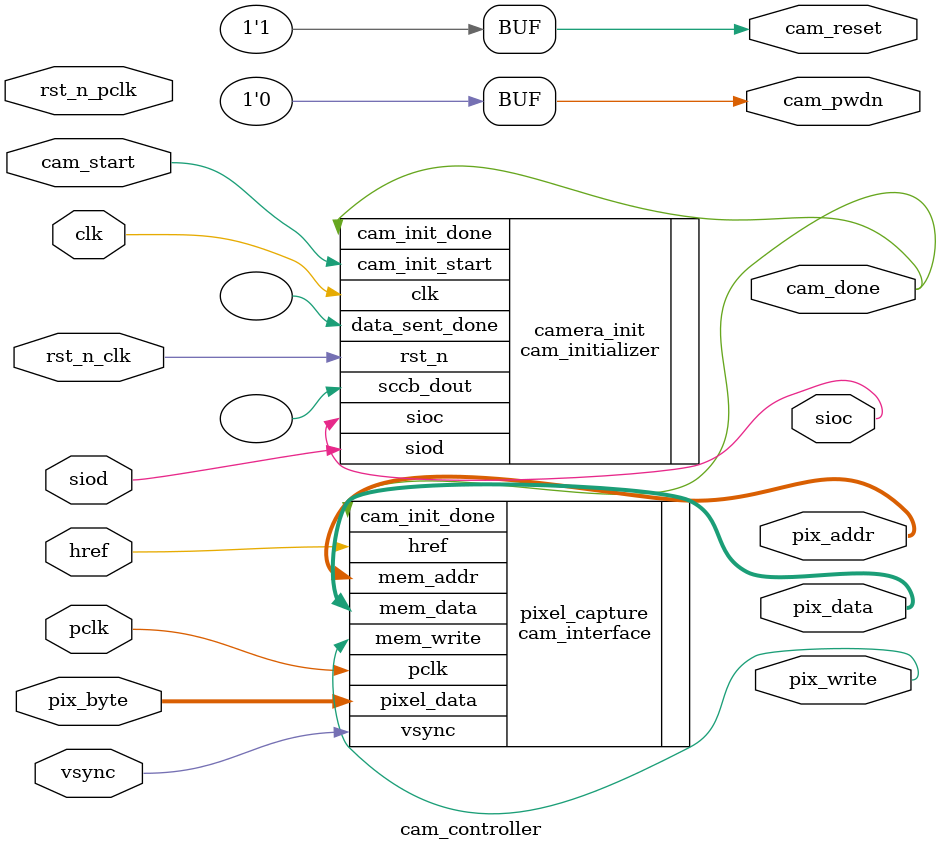
<source format=sv>
/*
 * Camera Controller Module
 * 
 * Description:
 *   Top-level coordinator for OV7670 camera system.
 *   Manages initialization via SCCB and pixel capture to memory.
 * 
 * Purpose:
 *   Instantiate and connect camera initializer and interface modules.
 *   Provide unified control interface for camera system.
 * 
 * Notes:
 *   - Debouncing handled at processor level
 *   - Camera operates at 24MHz pixel clock (xclk)
 *   - SCCB operates at 400kHz
 */

module cam_controller #(
    parameter int unsigned CAM_CONFIG_CLK = 100_000_000
)(
    // System
    input  logic clk,
    input  logic rst_n_clk,
    input  logic rst_n_pclk,
    
    // Control signals
    input  logic cam_start,
    output logic cam_done,
    
    // Camera physical interface
    input  logic       pclk,
    input  logic [7:0] pix_byte,
    input  logic       vsync,
    input  logic       href,
    output logic       cam_reset,
    output logic       cam_pwdn,
    
    // SCCB interface
    output logic sioc,
    inout  wire  siod,
    
    // Memory interface
    output logic [11:0] pix_data,
    output logic [18:0] pix_addr,
    output logic        pix_write
);
    
    // ------------------------------------------------------------
    // Camera Control Signals
    // ------------------------------------------------------------
    assign cam_reset = 1'b1;  // 0: reset registers, 1: normal mode
    assign cam_pwdn  = 1'b0;  // 0: normal mode, 1: power down mode
    
    // ------------------------------------------------------------
    // Camera Initializer
    // ------------------------------------------------------------
    cam_initializer #(
        .CLK_F(CAM_CONFIG_CLK),
        .SCCB_F(400_000)
    ) camera_init (
        // System
        .clk(clk),
        .rst_n(rst_n_clk),
        
        // Control signals
        .cam_init_start(cam_start),
        .cam_init_done(cam_done),
        
        // SCCB Physical
        .sioc(sioc),
        .siod(siod),
        
        // Debug/testbench signals
        .data_sent_done(),
        .sccb_dout()
    );
    
    // ------------------------------------------------------------
    // Camera Pixel Interface
    // ------------------------------------------------------------
    cam_interface pixel_capture (
        // Camera pixel clock domain
        .pclk(pclk),
        .vsync(vsync),
        .href(href),
        .pixel_data(pix_byte),
        
        // Initialization status
        .cam_init_done(cam_done),
        
        // Memory interface
        .mem_addr(pix_addr),
        .mem_data(pix_data),
        .mem_write(pix_write)
    );

endmodule

</source>
